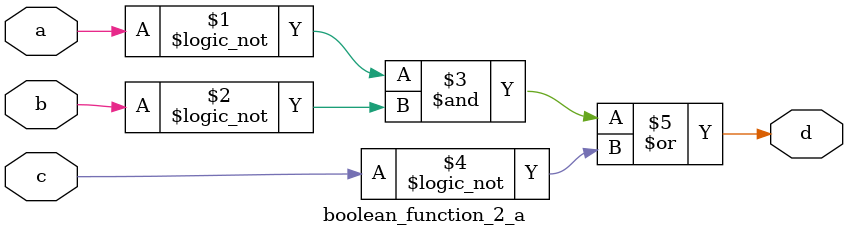
<source format=v>
`timescale 1ns / 1ps

module boolean_function_2_a(
    input a,b,c, output d
    );
    assign d = (!a&!b)|!c;
endmodule

</source>
